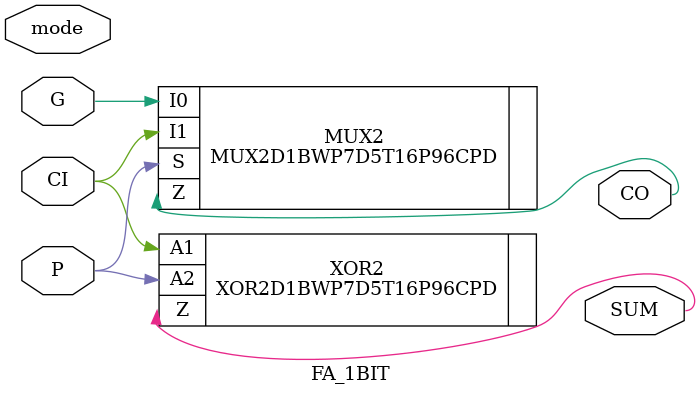
<source format=v>
`timescale 1ns/1ps

module FA_1BIT ( P, G, CI, mode, SUM, CO );
  input P;
  input G;
  input CI;
  input mode;
  output SUM;
  output CO;

  XOR2D1BWP7D5T16P96CPD XOR2 (
      .A1(CI),
      .A2(P),
      .Z(SUM)
      );
  MUX2D1BWP7D5T16P96CPD MUX2(
      .I0(G),
      .I1(CI),
      .S(P),
      .Z(CO)
      );

endmodule


</source>
